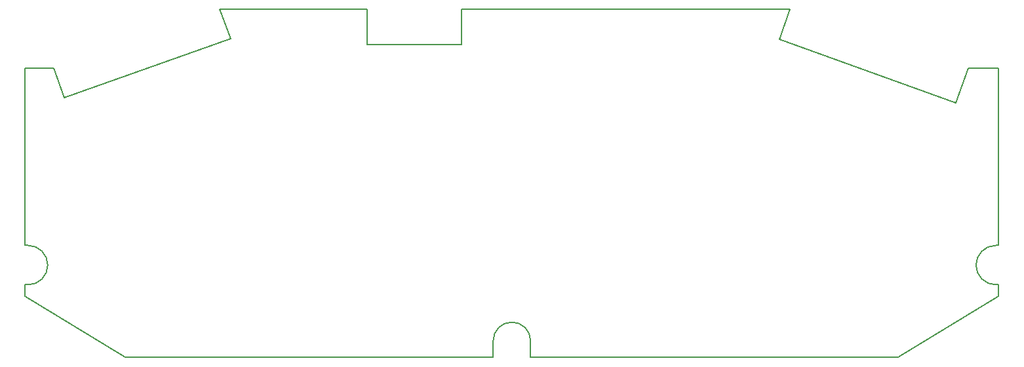
<source format=gbr>
%FSLAX46Y46*%
G04 Gerber Fmt 4.6, Leading zero omitted, Abs format (unit mm)*
G04 Created by KiCad (PCBNEW (2014-10-27 BZR 5228)-product) date 1/30/2015 1:36:17 PM*
%MOMM*%
G01*
G04 APERTURE LIST*
%ADD10C,0.100000*%
%ADD11C,0.200000*%
G04 APERTURE END LIST*
D10*
D11*
X56388000Y0D02*
X87884000Y0D01*
X44196000Y0D02*
X25146000Y0D01*
X56388000Y-4572000D02*
X56388000Y0D01*
X44196000Y-4572000D02*
X56388000Y-4572000D01*
X44196000Y0D02*
X44196000Y-4572000D01*
X0Y-7620000D02*
X3683000Y-7620000D01*
X0Y-30480000D02*
X0Y-7620000D01*
X0Y-30480000D02*
X381000Y-30480000D01*
X0Y-35560000D02*
X381000Y-35560000D01*
X0Y-37084000D02*
X0Y-35560000D01*
X0Y-37084000D02*
X12954000Y-44958000D01*
X3683000Y-7620000D02*
X5080000Y-11430000D01*
X5080000Y-11430000D02*
X26543000Y-3810000D01*
X12954000Y-44958000D02*
X60452000Y-44958000D01*
X26543000Y-3810000D02*
X25146000Y0D01*
X60452000Y-44958000D02*
X60452000Y-42799000D01*
X60452000Y-44958000D02*
X60452000Y-44958000D01*
X60452000Y-44958000D02*
X60452000Y-44958000D01*
X65278000Y-44958000D02*
X65278000Y-42799000D01*
X65278000Y-44958000D02*
X112776000Y-44958000D01*
X97388680Y-3820160D02*
X120159780Y-12108180D01*
X98780600Y0D02*
X87884000Y0D01*
X98780600Y0D02*
X97388680Y-3820160D01*
X112776000Y-44958000D02*
X125730000Y-37084000D01*
X121793000Y-7620000D02*
X120159780Y-12108180D01*
X125349000Y-30480000D02*
X125730000Y-30480000D01*
X125349000Y-35560000D02*
X125730000Y-35560000D01*
X125730000Y-7620000D02*
X121793000Y-7620000D01*
X125730000Y-30480000D02*
X125730000Y-7620000D01*
X125730000Y-35560000D02*
X125730000Y-35560000D01*
X125730000Y-37084000D02*
X125730000Y-35560000D01*
X2921000Y-33020000D02*
G75*
G03X381000Y-30480000I-2540000J0D01*
G01*
X381000Y-35560000D02*
G75*
G03X2921000Y-33020000I0J2540000D01*
G01*
X62865000Y-40386000D02*
G75*
G03X60452000Y-42799000I0J-2413000D01*
G01*
X65278000Y-42799000D02*
G75*
G03X62865000Y-40386000I-2413000J0D01*
G01*
X125349000Y-30480000D02*
G75*
G03X122809000Y-33020000I0J-2540000D01*
G01*
X122809000Y-33020000D02*
G75*
G03X125349000Y-35560000I2540000J0D01*
G01*
M02*

</source>
